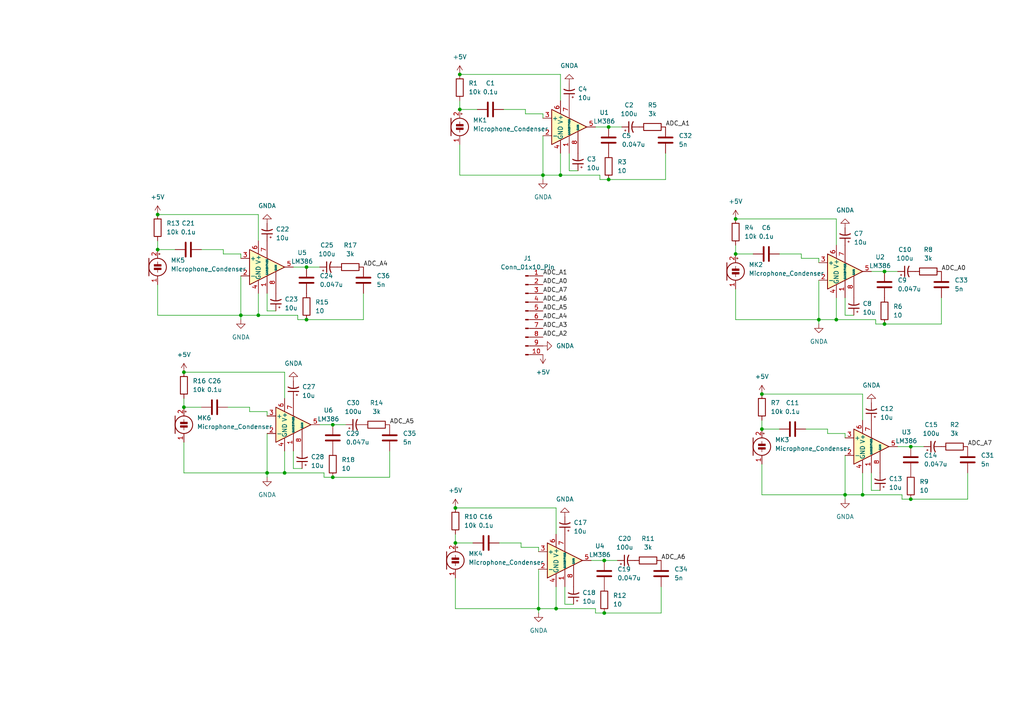
<source format=kicad_sch>
(kicad_sch (version 20230121) (generator eeschema)
  (paper "A4")
  (lib_symbols
    (symbol "Amplifier_Audio:LM386" (pin_names (offset 0.127))
      (property "Reference" "U" (at 1.27 7.62 0))
      (property "Value" "LM386" (at 1.27 5.08 0))
      (symbol "LM386_0_1"
        (polyline (pts (xy 5.08 0) (xy -5.08 5.08) (xy -5.08 -5.08) (xy 5.08 0)) (stroke (width 0.254)) (fill (type background)))
      )
      (symbol "LM386_1_1"
        (pin input line (at 0 -7.62 90) (length 5.08) (name "GAIN") (number "1"))
        (pin input line (at -7.62 -2.54 0) (length 2.54) (name "-") (number "2"))
        (pin input line (at -7.62 2.54 0) (length 2.54) (name "+") (number "3"))
        (pin power_in line (at -2.54 -7.62 90) (length 3.81) (name "GND") (number "4"))
        (pin output line (at 7.62 0 180) (length 2.54) (name "~") (number "5"))
        (pin power_in line (at -2.54 7.62 270) (length 3.81) (name "V+") (number "6"))
        (pin input line (at 0 7.62 270) (length 5.08) (name "BYPASS") (number "7"))
        (pin input line (at 2.54 -7.62 90) (length 6.35) (name "GAIN") (number "8"))
      )
    )
    (symbol "Connector:Conn_01x10_Pin" (pin_names (offset 1.016) hide)
      (property "Reference" "J" (at 0 12.7 0))
      (property "Value" "Conn_01x10_Pin" (at 0 -15.24 0))
      (symbol "Conn_01x10_Pin_1_1"
        (polyline (pts (xy 1.27 -12.7) (xy 0.8636 -12.7)) (stroke (width 0.1524)))
        (polyline (pts (xy 1.27 -10.16) (xy 0.8636 -10.16)) (stroke (width 0.1524)))
        (polyline (pts (xy 1.27 -7.62) (xy 0.8636 -7.62)) (stroke (width 0.1524)))
        (polyline (pts (xy 1.27 -5.08) (xy 0.8636 -5.08)) (stroke (width 0.1524)))
        (polyline (pts (xy 1.27 -2.54) (xy 0.8636 -2.54)) (stroke (width 0.1524)))
        (polyline (pts (xy 1.27 0) (xy 0.8636 0)) (stroke (width 0.1524)))
        (polyline (pts (xy 1.27 2.54) (xy 0.8636 2.54)) (stroke (width 0.1524)))
        (polyline (pts (xy 1.27 5.08) (xy 0.8636 5.08)) (stroke (width 0.1524)))
        (polyline (pts (xy 1.27 7.62) (xy 0.8636 7.62)) (stroke (width 0.1524)))
        (polyline (pts (xy 1.27 10.16) (xy 0.8636 10.16)) (stroke (width 0.1524)))
        (rectangle (start 0.8636 -12.573) (end 0 -12.827) (stroke (width 0.1524)) (fill (type outline)))
        (rectangle (start 0.8636 -10.033) (end 0 -10.287) (stroke (width 0.1524)) (fill (type outline)))
        (rectangle (start 0.8636 -7.493) (end 0 -7.747) (stroke (width 0.1524)) (fill (type outline)))
        (rectangle (start 0.8636 -4.953) (end 0 -5.207) (stroke (width 0.1524)) (fill (type outline)))
        (rectangle (start 0.8636 -2.413) (end 0 -2.667) (stroke (width 0.1524)) (fill (type outline)))
        (rectangle (start 0.8636 0.127) (end 0 -0.127) (stroke (width 0.1524)) (fill (type outline)))
        (rectangle (start 0.8636 2.667) (end 0 2.413) (stroke (width 0.1524)) (fill (type outline)))
        (rectangle (start 0.8636 5.207) (end 0 4.953) (stroke (width 0.1524)) (fill (type outline)))
        (rectangle (start 0.8636 7.747) (end 0 7.493) (stroke (width 0.1524)) (fill (type outline)))
        (rectangle (start 0.8636 10.287) (end 0 10.033) (stroke (width 0.1524)) (fill (type outline)))
        (pin passive line (at 5.08 10.16 180) (length 3.81) (name "Pin_1") (number "1"))
        (pin passive line (at 5.08 -12.7 180) (length 3.81) (name "Pin_10") (number "10"))
        (pin passive line (at 5.08 7.62 180) (length 3.81) (name "Pin_2") (number "2"))
        (pin passive line (at 5.08 5.08 180) (length 3.81) (name "Pin_3") (number "3"))
        (pin passive line (at 5.08 2.54 180) (length 3.81) (name "Pin_4") (number "4"))
        (pin passive line (at 5.08 0 180) (length 3.81) (name "Pin_5") (number "5"))
        (pin passive line (at 5.08 -2.54 180) (length 3.81) (name "Pin_6") (number "6"))
        (pin passive line (at 5.08 -5.08 180) (length 3.81) (name "Pin_7") (number "7"))
        (pin passive line (at 5.08 -7.62 180) (length 3.81) (name "Pin_8") (number "8"))
        (pin passive line (at 5.08 -10.16 180) (length 3.81) (name "Pin_9") (number "9"))
      )
    )
    (symbol "Device:C" (pin_numbers hide) (pin_names (offset 0.254))
      (property "Reference" "C" (at 0.635 2.54 0))
      (property "Value" "C" (at 0.635 -2.54 0))
      (symbol "C_0_1"
        (polyline (pts (xy -2.032 -0.762) (xy 2.032 -0.762)) (stroke (width 0.508)))
        (polyline (pts (xy -2.032 0.762) (xy 2.032 0.762)) (stroke (width 0.508)))
      )
      (symbol "C_1_1"
        (pin passive line (at 0 3.81 270) (length 2.794) (name "~") (number "1"))
        (pin passive line (at 0 -3.81 90) (length 2.794) (name "~") (number "2"))
      )
    )
    (symbol "Device:C_Polarized_Small_US" (pin_numbers hide) (pin_names (offset 0.254) hide)
      (property "Reference" "C" (at 0.254 1.778 0))
      (property "Value" "C_Polarized_Small_US" (at 0.254 -2.032 0))
      (symbol "C_Polarized_Small_US_0_1"
        (polyline (pts (xy -1.524 0.508) (xy 1.524 0.508)) (stroke (width 0.3048)))
        (polyline (pts (xy -1.27 1.524) (xy -0.762 1.524)))
        (polyline (pts (xy -1.016 1.27) (xy -1.016 1.778)))
        (arc (start 1.524 -0.762) (mid 0 -0.3734) (end -1.524 -0.762) (stroke (width 0.3048)))
      )
      (symbol "C_Polarized_Small_US_1_1"
        (pin passive line (at 0 2.54 270) (length 2.032) (name "~") (number "1"))
        (pin passive line (at 0 -2.54 90) (length 2.032) (name "~") (number "2"))
      )
    )
    (symbol "Device:Microphone_Condenser" (pin_names (offset 0.0254) hide)
      (property "Reference" "MK" (at -3.302 1.27 0))
      (property "Value" "Microphone_Condenser" (at -3.302 -0.635 0))
      (symbol "Microphone_Condenser_0_1"
        (polyline (pts (xy -2.54 2.54) (xy -2.54 -2.54)) (stroke (width 0.254)))
        (polyline (pts (xy 0 -0.762) (xy 0 -1.524)))
        (polyline (pts (xy 0 0.762) (xy 0 1.524)))
        (polyline (pts (xy 0.254 3.81) (xy 0.762 3.81)))
        (polyline (pts (xy 0.508 4.064) (xy 0.508 3.556)))
        (circle (center 0 0) (radius 2.54) (stroke (width 0.254)))
        (rectangle (start 1.016 -0.254) (end -1.016 -0.762) (fill (type outline)))
        (rectangle (start 1.016 0.762) (end -1.016 0.254) (fill (type outline)))
      )
      (symbol "Microphone_Condenser_1_1"
        (pin passive line (at 0 -5.08 90) (length 2.54) (name "-") (number "1"))
        (pin passive line (at 0 5.08 270) (length 2.54) (name "+") (number "2"))
      )
    )
    (symbol "Device:R" (pin_numbers hide) (pin_names (offset 0))
      (property "Reference" "R" (at 2.032 0 90))
      (property "Value" "R" (at 0 0 90))
      (symbol "R_0_1"
        (rectangle (start -1.016 -2.54) (end 1.016 2.54) (stroke (width 0.254)))
      )
      (symbol "R_1_1"
        (pin passive line (at 0 3.81 270) (length 1.27) (name "~") (number "1"))
        (pin passive line (at 0 -3.81 90) (length 1.27) (name "~") (number "2"))
      )
    )
    (symbol "power:+5V" (power) (pin_names (offset 0))
      (property "Value" "+5V" (at 0 3.556 0))
      (symbol "+5V_0_1"
        (polyline (pts (xy -0.762 1.27) (xy 0 2.54)))
        (polyline (pts (xy 0 0) (xy 0 2.54)))
        (polyline (pts (xy 0 2.54) (xy 0.762 1.27)))
      )
      (symbol "+5V_1_1"
        (pin power_in line (at 0 0 90) (length 0) hide (name "+5V") (number "1"))
      )
    )
    (symbol "power:GNDA" (power) (pin_names (offset 0))
      (property "Value" "GNDA" (at 0 -3.81 0))
      (symbol "GNDA_0_1"
        (polyline (pts (xy 0 0) (xy 0 -1.27) (xy 1.27 -1.27) (xy 0 -2.54) (xy -1.27 -1.27) (xy 0 -1.27)))
      )
      (symbol "GNDA_1_1"
        (pin power_in line (at 0 0 270) (length 0) hide (name "GNDA") (number "1"))
      )
    )
  )
  (junction (at 156.21 176.53))
  (junction (at 162.56 50.8))
  (junction (at 133.35 21.59))
  (junction (at 175.26 162.56))
  (junction (at 53.34 107.95))
  (junction (at 213.36 63.5))
  (junction (at 175.26 177.8))
  (junction (at 88.9 77.47))
  (junction (at 176.53 52.07))
  (junction (at 82.55 137.16))
  (junction (at 220.98 124.46))
  (junction (at 53.34 118.11))
  (junction (at 74.93 91.44))
  (junction (at 96.52 138.43))
  (junction (at 69.85 91.44))
  (junction (at 213.36 73.66))
  (junction (at 96.52 123.19))
  (junction (at 132.08 147.32))
  (junction (at 45.72 62.23))
  (junction (at 176.53 36.83))
  (junction (at 256.54 93.98))
  (junction (at 256.54 78.74))
  (junction (at 264.16 129.54))
  (junction (at 88.9 92.71))
  (junction (at 132.08 157.48))
  (junction (at 242.57 92.71))
  (junction (at 245.11 143.51))
  (junction (at 220.98 114.3))
  (junction (at 157.48 50.8))
  (junction (at 264.16 144.78))
  (junction (at 161.29 176.53))
  (junction (at 45.72 72.39))
  (junction (at 133.35 31.75))
  (junction (at 237.49 92.71))
  (junction (at 77.47 137.16))
  (junction (at 250.19 143.51))
  (wire (pts (xy 66.04 118.11) (xy 72.39 118.11)))
  (wire (pts (xy 161.29 176.53) (xy 172.72 176.53)))
  (wire (pts (xy 242.57 92.71) (xy 254 92.71)))
  (wire (pts (xy 172.72 176.53) (xy 172.72 177.8)))
  (wire (pts (xy 256.54 93.98) (xy 273.05 93.98)))
  (wire (pts (xy 132.08 176.53) (xy 156.21 176.53)))
  (wire (pts (xy 237.49 76.2) (xy 237.49 74.93)))
  (wire (pts (xy 157.48 39.37) (xy 157.48 50.8)))
  (wire (pts (xy 64.77 72.39) (xy 64.77 73.66)))
  (wire (pts (xy 69.85 91.44) (xy 69.85 92.71)))
  (wire (pts (xy 92.71 123.19) (xy 96.52 123.19)))
  (wire (pts (xy 85.09 130.81) (xy 85.09 135.89)))
  (wire (pts (xy 240.03 124.46) (xy 240.03 125.73)))
  (wire (pts (xy 220.98 124.46) (xy 226.06 124.46)))
  (wire (pts (xy 93.98 137.16) (xy 93.98 138.43)))
  (wire (pts (xy 247.65 91.44) (xy 245.11 91.44)))
  (wire (pts (xy 256.54 78.74) (xy 260.35 78.74)))
  (wire (pts (xy 156.21 176.53) (xy 161.29 176.53)))
  (wire (pts (xy 133.35 50.8) (xy 157.48 50.8)))
  (wire (pts (xy 152.4 31.75) (xy 152.4 33.02)))
  (wire (pts (xy 245.11 143.51) (xy 245.11 144.78)))
  (wire (pts (xy 53.34 118.11) (xy 58.42 118.11)))
  (wire (pts (xy 280.67 137.16) (xy 280.67 144.78)))
  (wire (pts (xy 156.21 176.53) (xy 156.21 177.8)))
  (wire (pts (xy 133.35 29.21) (xy 133.35 31.75)))
  (wire (pts (xy 220.98 114.3) (xy 250.19 114.3)))
  (wire (pts (xy 86.36 91.44) (xy 86.36 92.71)))
  (wire (pts (xy 213.36 71.12) (xy 213.36 73.66)))
  (wire (pts (xy 250.19 143.51) (xy 261.62 143.51)))
  (wire (pts (xy 213.36 83.82) (xy 213.36 92.71)))
  (wire (pts (xy 88.9 77.47) (xy 92.71 77.47)))
  (wire (pts (xy 133.35 31.75) (xy 138.43 31.75)))
  (wire (pts (xy 88.9 92.71) (xy 105.41 92.71)))
  (wire (pts (xy 220.98 143.51) (xy 245.11 143.51)))
  (wire (pts (xy 105.41 85.09) (xy 105.41 92.71)))
  (wire (pts (xy 156.21 160.02) (xy 156.21 158.75)))
  (wire (pts (xy 232.41 73.66) (xy 232.41 74.93)))
  (wire (pts (xy 133.35 41.91) (xy 133.35 50.8)))
  (wire (pts (xy 151.13 158.75) (xy 156.21 158.75)))
  (wire (pts (xy 58.42 72.39) (xy 64.77 72.39)))
  (wire (pts (xy 220.98 134.62) (xy 220.98 143.51)))
  (wire (pts (xy 69.85 74.93) (xy 69.85 73.66)))
  (wire (pts (xy 213.36 73.66) (xy 218.44 73.66)))
  (wire (pts (xy 87.63 135.89) (xy 85.09 135.89)))
  (wire (pts (xy 53.34 137.16) (xy 77.47 137.16)))
  (wire (pts (xy 69.85 80.01) (xy 69.85 91.44)))
  (wire (pts (xy 77.47 85.09) (xy 77.47 90.17)))
  (wire (pts (xy 132.08 157.48) (xy 137.16 157.48)))
  (wire (pts (xy 74.93 69.85) (xy 74.93 62.23)))
  (wire (pts (xy 264.16 144.78) (xy 280.67 144.78)))
  (wire (pts (xy 53.34 107.95) (xy 82.55 107.95)))
  (wire (pts (xy 193.04 44.45) (xy 193.04 52.07)))
  (wire (pts (xy 72.39 119.38) (xy 77.47 119.38)))
  (wire (pts (xy 264.16 129.54) (xy 267.97 129.54)))
  (wire (pts (xy 172.72 36.83) (xy 176.53 36.83)))
  (wire (pts (xy 152.4 33.02) (xy 157.48 33.02)))
  (wire (pts (xy 77.47 137.16) (xy 82.55 137.16)))
  (wire (pts (xy 273.05 86.36) (xy 273.05 93.98)))
  (wire (pts (xy 245.11 127) (xy 245.11 125.73)))
  (wire (pts (xy 53.34 115.57) (xy 53.34 118.11)))
  (wire (pts (xy 242.57 71.12) (xy 242.57 63.5)))
  (wire (pts (xy 191.77 170.18) (xy 191.77 177.8)))
  (wire (pts (xy 157.48 50.8) (xy 157.48 52.07)))
  (wire (pts (xy 64.77 73.66) (xy 69.85 73.66)))
  (wire (pts (xy 172.72 177.8) (xy 175.26 177.8)))
  (wire (pts (xy 77.47 120.65) (xy 77.47 119.38)))
  (wire (pts (xy 45.72 69.85) (xy 45.72 72.39)))
  (wire (pts (xy 250.19 121.92) (xy 250.19 114.3)))
  (wire (pts (xy 45.72 62.23) (xy 74.93 62.23)))
  (wire (pts (xy 162.56 29.21) (xy 162.56 21.59)))
  (wire (pts (xy 165.1 44.45) (xy 165.1 49.53)))
  (wire (pts (xy 151.13 157.48) (xy 151.13 158.75)))
  (wire (pts (xy 113.03 130.81) (xy 113.03 138.43)))
  (wire (pts (xy 237.49 81.28) (xy 237.49 92.71)))
  (wire (pts (xy 240.03 125.73) (xy 245.11 125.73)))
  (wire (pts (xy 245.11 132.08) (xy 245.11 143.51)))
  (wire (pts (xy 132.08 167.64) (xy 132.08 176.53)))
  (wire (pts (xy 157.48 34.29) (xy 157.48 33.02)))
  (wire (pts (xy 250.19 137.16) (xy 250.19 143.51)))
  (wire (pts (xy 161.29 170.18) (xy 161.29 176.53)))
  (wire (pts (xy 171.45 162.56) (xy 175.26 162.56)))
  (wire (pts (xy 260.35 129.54) (xy 264.16 129.54)))
  (wire (pts (xy 176.53 36.83) (xy 180.34 36.83)))
  (wire (pts (xy 175.26 177.8) (xy 191.77 177.8)))
  (wire (pts (xy 69.85 91.44) (xy 74.93 91.44)))
  (wire (pts (xy 254 92.71) (xy 254 93.98)))
  (wire (pts (xy 252.73 78.74) (xy 256.54 78.74)))
  (wire (pts (xy 162.56 44.45) (xy 162.56 50.8)))
  (wire (pts (xy 175.26 162.56) (xy 179.07 162.56)))
  (wire (pts (xy 245.11 86.36) (xy 245.11 91.44)))
  (wire (pts (xy 237.49 92.71) (xy 242.57 92.71)))
  (wire (pts (xy 72.39 118.11) (xy 72.39 119.38)))
  (wire (pts (xy 144.78 157.48) (xy 151.13 157.48)))
  (wire (pts (xy 261.62 143.51) (xy 261.62 144.78)))
  (wire (pts (xy 173.99 50.8) (xy 173.99 52.07)))
  (wire (pts (xy 242.57 86.36) (xy 242.57 92.71)))
  (wire (pts (xy 85.09 77.47) (xy 88.9 77.47)))
  (wire (pts (xy 252.73 137.16) (xy 252.73 142.24)))
  (wire (pts (xy 176.53 52.07) (xy 193.04 52.07)))
  (wire (pts (xy 226.06 73.66) (xy 232.41 73.66)))
  (wire (pts (xy 146.05 31.75) (xy 152.4 31.75)))
  (wire (pts (xy 232.41 74.93) (xy 237.49 74.93)))
  (wire (pts (xy 74.93 91.44) (xy 86.36 91.44)))
  (wire (pts (xy 245.11 143.51) (xy 250.19 143.51)))
  (wire (pts (xy 80.01 90.17) (xy 77.47 90.17)))
  (wire (pts (xy 173.99 52.07) (xy 176.53 52.07)))
  (wire (pts (xy 45.72 91.44) (xy 69.85 91.44)))
  (wire (pts (xy 213.36 63.5) (xy 242.57 63.5)))
  (wire (pts (xy 166.37 175.26) (xy 163.83 175.26)))
  (wire (pts (xy 163.83 170.18) (xy 163.83 175.26)))
  (wire (pts (xy 157.48 50.8) (xy 162.56 50.8)))
  (wire (pts (xy 133.35 21.59) (xy 162.56 21.59)))
  (wire (pts (xy 77.47 125.73) (xy 77.47 137.16)))
  (wire (pts (xy 45.72 82.55) (xy 45.72 91.44)))
  (wire (pts (xy 45.72 72.39) (xy 50.8 72.39)))
  (wire (pts (xy 86.36 92.71) (xy 88.9 92.71)))
  (wire (pts (xy 237.49 92.71) (xy 237.49 93.98)))
  (wire (pts (xy 74.93 85.09) (xy 74.93 91.44)))
  (wire (pts (xy 132.08 154.94) (xy 132.08 157.48)))
  (wire (pts (xy 96.52 138.43) (xy 113.03 138.43)))
  (wire (pts (xy 82.55 115.57) (xy 82.55 107.95)))
  (wire (pts (xy 233.68 124.46) (xy 240.03 124.46)))
  (wire (pts (xy 254 93.98) (xy 256.54 93.98)))
  (wire (pts (xy 77.47 137.16) (xy 77.47 138.43)))
  (wire (pts (xy 161.29 154.94) (xy 161.29 147.32)))
  (wire (pts (xy 96.52 123.19) (xy 100.33 123.19)))
  (wire (pts (xy 132.08 147.32) (xy 161.29 147.32)))
  (wire (pts (xy 53.34 128.27) (xy 53.34 137.16)))
  (wire (pts (xy 213.36 92.71) (xy 237.49 92.71)))
  (wire (pts (xy 167.64 49.53) (xy 165.1 49.53)))
  (wire (pts (xy 162.56 50.8) (xy 173.99 50.8)))
  (wire (pts (xy 261.62 144.78) (xy 264.16 144.78)))
  (wire (pts (xy 82.55 137.16) (xy 93.98 137.16)))
  (wire (pts (xy 156.21 165.1) (xy 156.21 176.53)))
  (wire (pts (xy 93.98 138.43) (xy 96.52 138.43)))
  (wire (pts (xy 220.98 121.92) (xy 220.98 124.46)))
  (wire (pts (xy 255.27 142.24) (xy 252.73 142.24)))
  (wire (pts (xy 82.55 130.81) (xy 82.55 137.16)))
  (label "ADC_A4" (at 157.48 92.71 0))
  (label "ADC_A7" (at 280.67 129.54 0))
  (label "ADC_A1" (at 193.04 36.83 0))
  (label "ADC_A0" (at 157.48 82.55 0))
  (label "ADC_A7" (at 157.48 85.09 0))
  (label "ADC_A0" (at 273.05 78.74 0))
  (label "ADC_A5" (at 113.03 123.19 0))
  (label "ADC_A6" (at 191.77 162.56 0))
  (label "ADC_A1" (at 157.48 80.01 0))
  (label "ADC_A3" (at 157.48 95.25 0))
  (label "ADC_A5" (at 157.48 90.17 0))
  (label "ADC_A4" (at 105.41 77.47 0))
  (label "ADC_A6" (at 157.48 87.63 0))
  (label "ADC_A2" (at 157.48 97.79 0))
  (symbol (lib_id "Device:R") (at 133.35 25.4 0) (unit 1)
    (property "Reference" "R1" (at 135.89 24.13 0) (effects (justify left)))
    (property "Value" "10k" (at 135.89 26.67 0) (effects (justify left)))
    (property "Footprint" "Resistor_SMD:R_0805_2012Metric_Pad1.20x1.40mm_HandSolder" (effects hide))
  )
  (symbol (lib_id "Amplifier_Audio:LM386") (at 245.11 78.74 0) (unit 1)
    (property "Reference" "U2" (at 255.27 74.5491 0))
    (property "Value" "LM386" (at 255.27 77.0891 0))
    (property "Footprint" "Package_DIP:DIP-8_W7.62mm" (effects hide))
    (property "Datasheet" "http://www.ti.com/lit/ds/symlink/lm386.pdf" (effects hide))
  )
  (symbol (lib_id "Amplifier_Audio:LM386") (at 77.47 77.47 0) (unit 1)
    (property "Reference" "U5" (at 87.63 73.2791 0))
    (property "Value" "LM386" (at 87.63 75.8191 0))
    (property "Footprint" "Package_DIP:DIP-8_W7.62mm" (effects hide))
    (property "Datasheet" "http://www.ti.com/lit/ds/symlink/lm386.pdf" (effects hide))
  )
  (symbol (lib_id "Device:Microphone_Condenser") (at 45.72 77.47 0) (unit 1)
    (property "Reference" "MK5" (at 49.53 75.5015 0) (effects (justify left)))
    (property "Value" "Microphone_Condenser" (at 49.53 78.0415 0) (effects (justify left)))
    (property "Footprint" "Library:Mikrophoni1" (effects hide))
  )
  (symbol (lib_id "power:+5V") (at 157.48 102.87 180) (unit 1)
    (property "Reference" "#PWR019" (effects hide))
    (property "Value" "+5V" (at 157.48 107.95 0))
  )
  (symbol (lib_id "Device:C") (at 193.04 40.64 0) (unit 1)
    (property "Reference" "C32" (at 196.85 39.37 0) (effects (justify left)))
    (property "Value" "5n" (at 196.85 41.91 0) (effects (justify left)))
    (property "Footprint" "Capacitor_SMD:C_0805_2012Metric_Pad1.18x1.45mm_HandSolder" (effects hide))
  )
  (symbol (lib_id "Device:Microphone_Condenser") (at 220.98 129.54 0) (unit 1)
    (property "Reference" "MK3" (at 224.79 127.5715 0) (effects (justify left)))
    (property "Value" "Microphone_Condenser" (at 224.79 130.1115 0) (effects (justify left)))
    (property "Footprint" "Library:Mikrophoni1" (effects hide))
  )
  (symbol (lib_id "Device:R") (at 109.22 123.19 90) (unit 1)
    (property "Reference" "R14" (at 109.22 116.84 90))
    (property "Value" "3k" (at 109.22 119.38 90))
    (property "Footprint" "Resistor_SMD:R_0805_2012Metric_Pad1.20x1.40mm_HandSolder" (effects hide))
  )
  (symbol (lib_id "power:GNDA") (at 163.83 149.86 180) (unit 1)
    (property "Reference" "#PWR017" (effects hide))
    (property "Value" "GNDA" (at 163.83 144.78 0))
  )
  (symbol (lib_id "Device:C") (at 256.54 82.55 0) (unit 1)
    (property "Reference" "C9" (at 260.35 81.28 0) (effects (justify left)))
    (property "Value" "0.047u" (at 260.35 83.82 0) (effects (justify left)))
    (property "Footprint" "Capacitor_SMD:C_0805_2012Metric_Pad1.18x1.45mm_HandSolder" (effects hide))
  )
  (symbol (lib_id "Device:R") (at 256.54 90.17 0) (unit 1)
    (property "Reference" "R6" (at 259.08 88.9 0) (effects (justify left)))
    (property "Value" "10" (at 259.08 91.44 0) (effects (justify left)))
    (property "Footprint" "Resistor_SMD:R_0805_2012Metric_Pad1.20x1.40mm_HandSolder" (effects hide))
  )
  (symbol (lib_id "Device:C") (at 88.9 81.28 0) (unit 1)
    (property "Reference" "C24" (at 92.71 80.01 0) (effects (justify left)))
    (property "Value" "0.047u" (at 92.71 82.55 0) (effects (justify left)))
    (property "Footprint" "Capacitor_SMD:C_0805_2012Metric_Pad1.18x1.45mm_HandSolder" (effects hide))
  )
  (symbol (lib_id "Device:C") (at 140.97 157.48 90) (unit 1)
    (property "Reference" "C16" (at 140.97 149.86 90))
    (property "Value" "0.1u" (at 140.97 152.4 90))
    (property "Footprint" "Capacitor_SMD:C_0805_2012Metric_Pad1.18x1.45mm_HandSolder" (effects hide))
  )
  (symbol (lib_id "Device:Microphone_Condenser") (at 213.36 78.74 0) (unit 1)
    (property "Reference" "MK2" (at 217.17 76.7715 0) (effects (justify left)))
    (property "Value" "Microphone_Condenser" (at 217.17 79.3115 0) (effects (justify left)))
    (property "Footprint" "Library:Mikrophoni1" (effects hide))
  )
  (symbol (lib_id "Device:C_Polarized_Small_US") (at 247.65 88.9 180) (unit 1)
    (property "Reference" "C8" (at 250.19 88.0618 0) (effects (justify right)))
    (property "Value" "10u" (at 250.19 90.6018 0) (effects (justify right)))
    (property "Footprint" "Capacitor_SMD:C_0805_2012Metric_Pad1.18x1.45mm_HandSolder" (effects hide))
  )
  (symbol (lib_id "Device:C") (at 273.05 82.55 0) (unit 1)
    (property "Reference" "C33" (at 276.86 81.28 0) (effects (justify left)))
    (property "Value" "5n" (at 276.86 83.82 0) (effects (justify left)))
    (property "Footprint" "Capacitor_SMD:C_0805_2012Metric_Pad1.18x1.45mm_HandSolder" (effects hide))
  )
  (symbol (lib_id "Device:C_Polarized_Small_US") (at 163.83 152.4 180) (unit 1)
    (property "Reference" "C17" (at 166.37 151.5618 0) (effects (justify right)))
    (property "Value" "10u" (at 166.37 154.1018 0) (effects (justify right)))
    (property "Footprint" "Capacitor_SMD:C_0805_2012Metric_Pad1.18x1.45mm_HandSolder" (effects hide))
  )
  (symbol (lib_id "Device:Microphone_Condenser") (at 132.08 162.56 0) (unit 1)
    (property "Reference" "MK4" (at 135.89 160.5915 0) (effects (justify left)))
    (property "Value" "Microphone_Condenser" (at 135.89 163.1315 0) (effects (justify left)))
    (property "Footprint" "Library:Mikrophoni1" (effects hide))
  )
  (symbol (lib_id "power:+5V") (at 133.35 21.59 0) (unit 1)
    (property "Reference" "#PWR01" (effects hide))
    (property "Value" "+5V" (at 133.35 16.51 0))
  )
  (symbol (lib_id "Device:R") (at 276.86 129.54 90) (unit 1)
    (property "Reference" "R2" (at 276.86 123.19 90))
    (property "Value" "3k" (at 276.86 125.73 90))
    (property "Footprint" "Resistor_SMD:R_0805_2012Metric_Pad1.20x1.40mm_HandSolder" (effects hide))
  )
  (symbol (lib_id "power:GNDA") (at 85.09 110.49 180) (unit 1)
    (property "Reference" "#PWR016" (effects hide))
    (property "Value" "GNDA" (at 85.09 105.41 0))
  )
  (symbol (lib_id "Device:C") (at 191.77 166.37 0) (unit 1)
    (property "Reference" "C34" (at 195.58 165.1 0) (effects (justify left)))
    (property "Value" "5n" (at 195.58 167.64 0) (effects (justify left)))
    (property "Footprint" "Capacitor_SMD:C_0805_2012Metric_Pad1.18x1.45mm_HandSolder" (effects hide))
  )
  (symbol (lib_id "power:GNDA") (at 69.85 92.71 0) (unit 1)
    (property "Reference" "#PWR010" (effects hide))
    (property "Value" "GNDA" (at 69.85 97.79 0))
  )
  (symbol (lib_id "Device:R") (at 220.98 118.11 0) (unit 1)
    (property "Reference" "R7" (at 223.52 116.84 0) (effects (justify left)))
    (property "Value" "10k" (at 223.52 119.38 0) (effects (justify left)))
    (property "Footprint" "Resistor_SMD:R_0805_2012Metric_Pad1.20x1.40mm_HandSolder" (effects hide))
  )
  (symbol (lib_id "Device:C_Polarized_Small_US") (at 165.1 26.67 180) (unit 1)
    (property "Reference" "C4" (at 167.64 25.8318 0) (effects (justify right)))
    (property "Value" "10u" (at 167.64 28.3718 0) (effects (justify right)))
    (property "Footprint" "Capacitor_SMD:C_0805_2012Metric_Pad1.18x1.45mm_HandSolder" (effects hide))
  )
  (symbol (lib_id "power:GNDA") (at 156.21 177.8 0) (unit 1)
    (property "Reference" "#PWR08" (effects hide))
    (property "Value" "GNDA" (at 156.21 182.88 0))
  )
  (symbol (lib_id "power:GNDA") (at 77.47 64.77 180) (unit 1)
    (property "Reference" "#PWR015" (effects hide))
    (property "Value" "GNDA" (at 77.47 59.69 0))
  )
  (symbol (lib_id "Device:C_Polarized_Small_US") (at 77.47 67.31 180) (unit 1)
    (property "Reference" "C22" (at 80.01 66.4718 0) (effects (justify right)))
    (property "Value" "10u" (at 80.01 69.0118 0) (effects (justify right)))
    (property "Footprint" "Capacitor_SMD:C_0805_2012Metric_Pad1.18x1.45mm_HandSolder" (effects hide))
  )
  (symbol (lib_id "Device:R") (at 101.6 77.47 90) (unit 1)
    (property "Reference" "R17" (at 101.6 71.12 90))
    (property "Value" "3k" (at 101.6 73.66 90))
    (property "Footprint" "Resistor_SMD:R_0805_2012Metric_Pad1.20x1.40mm_HandSolder" (effects hide))
  )
  (symbol (lib_id "power:+5V") (at 213.36 63.5 0) (unit 1)
    (property "Reference" "#PWR03" (effects hide))
    (property "Value" "+5V" (at 213.36 58.42 0))
  )
  (symbol (lib_id "Device:C_Polarized_Small_US") (at 252.73 119.38 180) (unit 1)
    (property "Reference" "C12" (at 255.27 118.5418 0) (effects (justify right)))
    (property "Value" "10u" (at 255.27 121.0818 0) (effects (justify right)))
    (property "Footprint" "Capacitor_SMD:C_0805_2012Metric_Pad1.18x1.45mm_HandSolder" (effects hide))
  )
  (symbol (lib_id "Device:R") (at 269.24 78.74 90) (unit 1)
    (property "Reference" "R8" (at 269.24 72.39 90))
    (property "Value" "3k" (at 269.24 74.93 90))
    (property "Footprint" "Resistor_SMD:R_0805_2012Metric_Pad1.20x1.40mm_HandSolder" (effects hide))
  )
  (symbol (lib_id "Device:R") (at 213.36 67.31 0) (unit 1)
    (property "Reference" "R4" (at 215.9 66.04 0) (effects (justify left)))
    (property "Value" "10k" (at 215.9 68.58 0) (effects (justify left)))
    (property "Footprint" "Resistor_SMD:R_0805_2012Metric_Pad1.20x1.40mm_HandSolder" (effects hide))
  )
  (symbol (lib_id "Device:C") (at 105.41 81.28 0) (unit 1)
    (property "Reference" "C36" (at 109.22 80.01 0) (effects (justify left)))
    (property "Value" "5n" (at 109.22 82.55 0) (effects (justify left)))
    (property "Footprint" "Capacitor_SMD:C_0805_2012Metric_Pad1.18x1.45mm_HandSolder" (effects hide))
  )
  (symbol (lib_id "Device:C") (at 264.16 133.35 0) (unit 1)
    (property "Reference" "C14" (at 267.97 132.08 0) (effects (justify left)))
    (property "Value" "0.047u" (at 267.97 134.62 0) (effects (justify left)))
    (property "Footprint" "Capacitor_SMD:C_0805_2012Metric_Pad1.18x1.45mm_HandSolder" (effects hide))
  )
  (symbol (lib_id "power:GNDA") (at 157.48 100.33 90) (unit 1)
    (property "Reference" "#PWR020" (effects hide))
    (property "Value" "GNDA" (at 161.29 100.33 90) (effects (justify right)))
  )
  (symbol (lib_id "Device:R") (at 175.26 173.99 0) (unit 1)
    (property "Reference" "R12" (at 177.8 172.72 0) (effects (justify left)))
    (property "Value" "10" (at 177.8 175.26 0) (effects (justify left)))
    (property "Footprint" "Resistor_SMD:R_0805_2012Metric_Pad1.20x1.40mm_HandSolder" (effects hide))
  )
  (symbol (lib_id "power:GNDA") (at 245.11 144.78 0) (unit 1)
    (property "Reference" "#PWR06" (effects hide))
    (property "Value" "GNDA" (at 245.11 149.86 0))
  )
  (symbol (lib_id "power:GNDA") (at 245.11 66.04 180) (unit 1)
    (property "Reference" "#PWR013" (effects hide))
    (property "Value" "GNDA" (at 245.11 60.96 0))
  )
  (symbol (lib_id "Device:R") (at 189.23 36.83 90) (unit 1)
    (property "Reference" "R5" (at 189.23 30.48 90))
    (property "Value" "3k" (at 189.23 33.02 90))
    (property "Footprint" "Resistor_SMD:R_0805_2012Metric_Pad1.20x1.40mm_HandSolder" (effects hide))
  )
  (symbol (lib_id "Device:C_Polarized_Small_US") (at 95.25 77.47 90) (unit 1)
    (property "Reference" "C25" (at 94.8182 71.12 90))
    (property "Value" "100u" (at 94.8182 73.66 90))
    (property "Footprint" "Capacitor_THT:CP_Radial_D7.5mm_P2.50mm" (effects hide))
  )
  (symbol (lib_id "Device:C_Polarized_Small_US") (at 166.37 172.72 180) (unit 1)
    (property "Reference" "C18" (at 168.91 171.8818 0) (effects (justify right)))
    (property "Value" "10u" (at 168.91 174.4218 0) (effects (justify right)))
    (property "Footprint" "Capacitor_SMD:C_0805_2012Metric_Pad1.18x1.45mm_HandSolder" (effects hide))
  )
  (symbol (lib_id "power:+5V") (at 53.34 107.95 0) (unit 1)
    (property "Reference" "#PWR011" (effects hide))
    (property "Value" "+5V" (at 53.34 102.87 0))
  )
  (symbol (lib_id "Amplifier_Audio:LM386") (at 165.1 36.83 0) (unit 1)
    (property "Reference" "U1" (at 175.26 32.6391 0))
    (property "Value" "LM386" (at 175.26 35.1791 0))
    (property "Footprint" "Package_DIP:DIP-8_W7.62mm" (effects hide))
    (property "Datasheet" "http://www.ti.com/lit/ds/symlink/lm386.pdf" (effects hide))
  )
  (symbol (lib_id "Device:C") (at 62.23 118.11 90) (unit 1)
    (property "Reference" "C26" (at 62.23 110.49 90))
    (property "Value" "0.1u" (at 62.23 113.03 90))
    (property "Footprint" "Capacitor_SMD:C_0805_2012Metric_Pad1.18x1.45mm_HandSolder" (effects hide))
  )
  (symbol (lib_id "power:GNDA") (at 165.1 24.13 180) (unit 1)
    (property "Reference" "#PWR014" (effects hide))
    (property "Value" "GNDA" (at 165.1 19.05 0))
  )
  (symbol (lib_id "power:+5V") (at 45.72 62.23 0) (unit 1)
    (property "Reference" "#PWR09" (effects hide))
    (property "Value" "+5V" (at 45.72 57.15 0))
  )
  (symbol (lib_id "Amplifier_Audio:LM386") (at 85.09 123.19 0) (unit 1)
    (property "Reference" "U6" (at 95.25 118.9991 0))
    (property "Value" "LM386" (at 95.25 121.5391 0))
    (property "Footprint" "Package_DIP:DIP-8_W7.62mm" (effects hide))
    (property "Datasheet" "http://www.ti.com/lit/ds/symlink/lm386.pdf" (effects hide))
  )
  (symbol (lib_id "Device:C") (at 96.52 127 0) (unit 1)
    (property "Reference" "C29" (at 100.33 125.73 0) (effects (justify left)))
    (property "Value" "0.047u" (at 100.33 128.27 0) (effects (justify left)))
    (property "Footprint" "Capacitor_SMD:C_0805_2012Metric_Pad1.18x1.45mm_HandSolder" (effects hide))
  )
  (symbol (lib_id "Device:C") (at 229.87 124.46 90) (unit 1)
    (property "Reference" "C11" (at 229.87 116.84 90))
    (property "Value" "0.1u" (at 229.87 119.38 90))
    (property "Footprint" "Capacitor_SMD:C_0805_2012Metric_Pad1.18x1.45mm_HandSolder" (effects hide))
  )
  (symbol (lib_id "Device:C") (at 175.26 166.37 0) (unit 1)
    (property "Reference" "C19" (at 179.07 165.1 0) (effects (justify left)))
    (property "Value" "0.047u" (at 179.07 167.64 0) (effects (justify left)))
    (property "Footprint" "Capacitor_SMD:C_0805_2012Metric_Pad1.18x1.45mm_HandSolder" (effects hide))
  )
  (symbol (lib_id "Device:Microphone_Condenser") (at 53.34 123.19 0) (unit 1)
    (property "Reference" "MK6" (at 57.15 121.2215 0) (effects (justify left)))
    (property "Value" "Microphone_Condenser" (at 57.15 123.7615 0) (effects (justify left)))
    (property "Footprint" "Library:Mikrophoni1" (effects hide))
  )
  (symbol (lib_id "Device:C_Polarized_Small_US") (at 102.87 123.19 90) (unit 1)
    (property "Reference" "C30" (at 102.4382 116.84 90))
    (property "Value" "100u" (at 102.4382 119.38 90))
    (property "Footprint" "Capacitor_THT:CP_Radial_D7.5mm_P2.50mm" (effects hide))
  )
  (symbol (lib_id "Device:R") (at 88.9 88.9 0) (unit 1)
    (property "Reference" "R15" (at 91.44 87.63 0) (effects (justify left)))
    (property "Value" "10" (at 91.44 90.17 0) (effects (justify left)))
    (property "Footprint" "Resistor_SMD:R_0805_2012Metric_Pad1.20x1.40mm_HandSolder" (effects hide))
  )
  (symbol (lib_id "Device:C") (at 113.03 127 0) (unit 1)
    (property "Reference" "C35" (at 116.84 125.73 0) (effects (justify left)))
    (property "Value" "5n" (at 116.84 128.27 0) (effects (justify left)))
    (property "Footprint" "Capacitor_SMD:C_0805_2012Metric_Pad1.18x1.45mm_HandSolder" (effects hide))
  )
  (symbol (lib_id "Connector:Conn_01x10_Pin") (at 152.4 90.17 0) (unit 1)
    (property "Reference" "J1" (at 153.035 74.93 0))
    (property "Value" "Conn_01x10_Pin" (at 153.035 77.47 0))
    (property "Footprint" "Connector_PinSocket_2.54mm:PinSocket_1x10_P2.54mm_Vertical" (effects hide))
  )
  (symbol (lib_id "Device:C_Polarized_Small_US") (at 182.88 36.83 90) (unit 1)
    (property "Reference" "C2" (at 182.4482 30.48 90))
    (property "Value" "100u" (at 182.4482 33.02 90))
    (property "Footprint" "Capacitor_THT:CP_Radial_D7.5mm_P2.50mm" (effects hide))
  )
  (symbol (lib_id "Device:C_Polarized_Small_US") (at 245.11 68.58 180) (unit 1)
    (property "Reference" "C7" (at 247.65 67.7418 0) (effects (justify right)))
    (property "Value" "10u" (at 247.65 70.2818 0) (effects (justify right)))
    (property "Footprint" "Capacitor_SMD:C_0805_2012Metric_Pad1.18x1.45mm_HandSolder" (effects hide))
  )
  (symbol (lib_id "power:GNDA") (at 157.48 52.07 0) (unit 1)
    (property "Reference" "#PWR02" (effects hide))
    (property "Value" "GNDA" (at 157.48 57.15 0))
  )
  (symbol (lib_id "Device:C_Polarized_Small_US") (at 167.64 46.99 180) (unit 1)
    (property "Reference" "C3" (at 170.18 46.1518 0) (effects (justify right)))
    (property "Value" "10u" (at 170.18 48.6918 0) (effects (justify right)))
    (property "Footprint" "Capacitor_SMD:C_0805_2012Metric_Pad1.18x1.45mm_HandSolder" (effects hide))
  )
  (symbol (lib_id "Device:C") (at 222.25 73.66 90) (unit 1)
    (property "Reference" "C6" (at 222.25 66.04 90))
    (property "Value" "0.1u" (at 222.25 68.58 90))
    (property "Footprint" "Capacitor_SMD:C_0805_2012Metric_Pad1.18x1.45mm_HandSolder" (effects hide))
  )
  (symbol (lib_id "power:GNDA") (at 77.47 138.43 0) (unit 1)
    (property "Reference" "#PWR012" (effects hide))
    (property "Value" "GNDA" (at 77.47 143.51 0))
  )
  (symbol (lib_id "Device:C_Polarized_Small_US") (at 80.01 87.63 180) (unit 1)
    (property "Reference" "C23" (at 82.55 86.7918 0) (effects (justify right)))
    (property "Value" "10u" (at 82.55 89.3318 0) (effects (justify right)))
    (property "Footprint" "Capacitor_SMD:C_0805_2012Metric_Pad1.18x1.45mm_HandSolder" (effects hide))
  )
  (symbol (lib_id "Device:R") (at 96.52 134.62 0) (unit 1)
    (property "Reference" "R18" (at 99.06 133.35 0) (effects (justify left)))
    (property "Value" "10" (at 99.06 135.89 0) (effects (justify left)))
    (property "Footprint" "Resistor_SMD:R_0805_2012Metric_Pad1.20x1.40mm_HandSolder" (effects hide))
  )
  (symbol (lib_id "power:+5V") (at 132.08 147.32 0) (unit 1)
    (property "Reference" "#PWR07" (effects hide))
    (property "Value" "+5V" (at 132.08 142.24 0))
  )
  (symbol (lib_id "Amplifier_Audio:LM386") (at 163.83 162.56 0) (unit 1)
    (property "Reference" "U4" (at 173.99 158.3691 0))
    (property "Value" "LM386" (at 173.99 160.9091 0))
    (property "Footprint" "Package_DIP:DIP-8_W7.62mm" (effects hide))
    (property "Datasheet" "http://www.ti.com/lit/ds/symlink/lm386.pdf" (effects hide))
  )
  (symbol (lib_id "Device:C_Polarized_Small_US") (at 85.09 113.03 180) (unit 1)
    (property "Reference" "C27" (at 87.63 112.1918 0) (effects (justify right)))
    (property "Value" "10u" (at 87.63 114.7318 0) (effects (justify right)))
    (property "Footprint" "Capacitor_SMD:C_0805_2012Metric_Pad1.18x1.45mm_HandSolder" (effects hide))
  )
  (symbol (lib_id "Device:R") (at 187.96 162.56 90) (unit 1)
    (property "Reference" "R11" (at 187.96 156.21 90))
    (property "Value" "3k" (at 187.96 158.75 90))
    (property "Footprint" "Resistor_SMD:R_0805_2012Metric_Pad1.20x1.40mm_HandSolder" (effects hide))
  )
  (symbol (lib_id "Amplifier_Audio:LM386") (at 252.73 129.54 0) (unit 1)
    (property "Reference" "U3" (at 262.89 125.3491 0))
    (property "Value" "LM386" (at 262.89 127.8891 0))
    (property "Footprint" "Package_DIP:DIP-8_W7.62mm" (effects hide))
    (property "Datasheet" "http://www.ti.com/lit/ds/symlink/lm386.pdf" (effects hide))
  )
  (symbol (lib_id "Device:C") (at 142.24 31.75 90) (unit 1)
    (property "Reference" "C1" (at 142.24 24.13 90))
    (property "Value" "0.1u" (at 142.24 26.67 90))
    (property "Footprint" "Capacitor_SMD:C_0805_2012Metric_Pad1.18x1.45mm_HandSolder" (effects hide))
  )
  (symbol (lib_id "power:+5V") (at 220.98 114.3 0) (unit 1)
    (property "Reference" "#PWR05" (effects hide))
    (property "Value" "+5V" (at 220.98 109.22 0))
  )
  (symbol (lib_id "Device:C") (at 280.67 133.35 0) (unit 1)
    (property "Reference" "C31" (at 284.48 132.08 0) (effects (justify left)))
    (property "Value" "5n" (at 284.48 134.62 0) (effects (justify left)))
    (property "Footprint" "Capacitor_SMD:C_0805_2012Metric_Pad1.18x1.45mm_HandSolder" (effects hide))
  )
  (symbol (lib_id "Device:C_Polarized_Small_US") (at 87.63 133.35 180) (unit 1)
    (property "Reference" "C28" (at 90.17 132.5118 0) (effects (justify right)))
    (property "Value" "10u" (at 90.17 135.0518 0) (effects (justify right)))
    (property "Footprint" "Capacitor_SMD:C_0805_2012Metric_Pad1.18x1.45mm_HandSolder" (effects hide))
  )
  (symbol (lib_id "Device:R") (at 264.16 140.97 0) (unit 1)
    (property "Reference" "R9" (at 266.7 139.7 0) (effects (justify left)))
    (property "Value" "10" (at 266.7 142.24 0) (effects (justify left)))
    (property "Footprint" "Resistor_SMD:R_0805_2012Metric_Pad1.20x1.40mm_HandSolder" (effects hide))
  )
  (symbol (lib_id "Device:Microphone_Condenser") (at 133.35 36.83 0) (unit 1)
    (property "Reference" "MK1" (at 137.16 34.8615 0) (effects (justify left)))
    (property "Value" "Microphone_Condenser" (at 137.16 37.4015 0) (effects (justify left)))
    (property "Footprint" "Library:Mikrophoni1" (effects hide))
  )
  (symbol (lib_id "Device:R") (at 176.53 48.26 0) (unit 1)
    (property "Reference" "R3" (at 179.07 46.99 0) (effects (justify left)))
    (property "Value" "10" (at 179.07 49.53 0) (effects (justify left)))
    (property "Footprint" "Resistor_SMD:R_0805_2012Metric_Pad1.20x1.40mm_HandSolder" (effects hide))
  )
  (symbol (lib_id "Device:C_Polarized_Small_US") (at 255.27 139.7 180) (unit 1)
    (property "Reference" "C13" (at 257.81 138.8618 0) (effects (justify right)))
    (property "Value" "10u" (at 257.81 141.4018 0) (effects (justify right)))
    (property "Footprint" "Capacitor_SMD:C_0805_2012Metric_Pad1.18x1.45mm_HandSolder" (effects hide))
  )
  (symbol (lib_id "power:GNDA") (at 252.73 116.84 180) (unit 1)
    (property "Reference" "#PWR018" (effects hide))
    (property "Value" "GNDA" (at 252.73 111.76 0))
  )
  (symbol (lib_id "Device:C") (at 54.61 72.39 90) (unit 1)
    (property "Reference" "C21" (at 54.61 64.77 90))
    (property "Value" "0.1u" (at 54.61 67.31 90))
    (property "Footprint" "Capacitor_SMD:C_0805_2012Metric_Pad1.18x1.45mm_HandSolder" (effects hide))
  )
  (symbol (lib_id "Device:C_Polarized_Small_US") (at 181.61 162.56 90) (unit 1)
    (property "Reference" "C20" (at 181.1782 156.21 90))
    (property "Value" "100u" (at 181.1782 158.75 90))
    (property "Footprint" "Capacitor_THT:CP_Radial_D7.5mm_P2.50mm" (effects hide))
  )
  (symbol (lib_id "power:GNDA") (at 237.49 93.98 0) (unit 1)
    (property "Reference" "#PWR04" (effects hide))
    (property "Value" "GNDA" (at 237.49 99.06 0))
  )
  (symbol (lib_id "Device:C_Polarized_Small_US") (at 270.51 129.54 90) (unit 1)
    (property "Reference" "C15" (at 270.0782 123.19 90))
    (property "Value" "100u" (at 270.0782 125.73 90))
    (property "Footprint" "Capacitor_THT:CP_Radial_D7.5mm_P2.50mm" (effects hide))
  )
  (symbol (lib_id "Device:C") (at 176.53 40.64 0) (unit 1)
    (property "Reference" "C5" (at 180.34 39.37 0) (effects (justify left)))
    (property "Value" "0.047u" (at 180.34 41.91 0) (effects (justify left)))
    (property "Footprint" "Capacitor_SMD:C_0805_2012Metric_Pad1.18x1.45mm_HandSolder" (effects hide))
  )
  (symbol (lib_id "Device:C_Polarized_Small_US") (at 262.89 78.74 90) (unit 1)
    (property "Reference" "C10" (at 262.4582 72.39 90))
    (property "Value" "100u" (at 262.4582 74.93 90))
    (property "Footprint" "Capacitor_THT:CP_Radial_D7.5mm_P2.50mm" (effects hide))
  )
  (symbol (lib_id "Device:R") (at 53.34 111.76 0) (unit 1)
    (property "Reference" "R16" (at 55.88 110.49 0) (effects (justify left)))
    (property "Value" "10k" (at 55.88 113.03 0) (effects (justify left)))
    (property "Footprint" "Resistor_SMD:R_0805_2012Metric_Pad1.20x1.40mm_HandSolder" (effects hide))
  )
  (symbol (lib_id "Device:R") (at 132.08 151.13 0) (unit 1)
    (property "Reference" "R10" (at 134.62 149.86 0) (effects (justify left)))
    (property "Value" "10k" (at 134.62 152.4 0) (effects (justify left)))
    (property "Footprint" "Resistor_SMD:R_0805_2012Metric_Pad1.20x1.40mm_HandSolder" (effects hide))
  )
  (symbol (lib_id "Device:R") (at 45.72 66.04 0) (unit 1)
    (property "Reference" "R13" (at 48.26 64.77 0) (effects (justify left)))
    (property "Value" "10k" (at 48.26 67.31 0) (effects (justify left)))
    (property "Footprint" "Resistor_SMD:R_0805_2012Metric_Pad1.20x1.40mm_HandSolder" (effects hide))
  )
)
</source>
